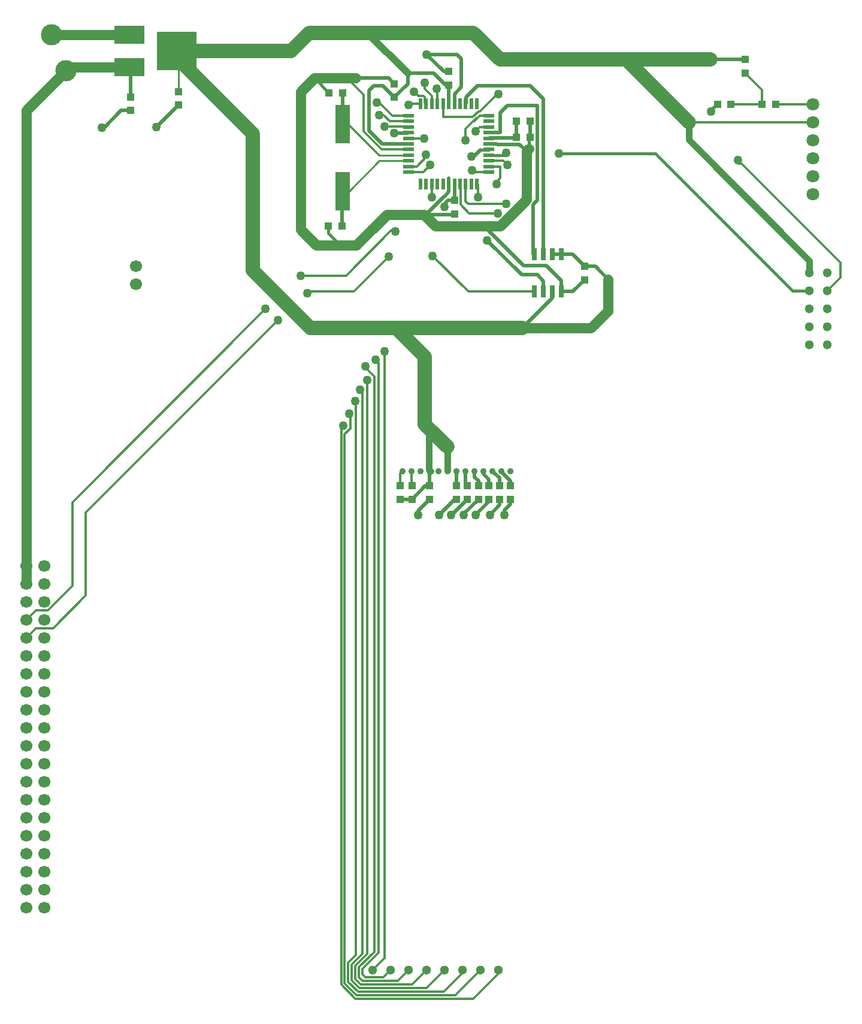
<source format=gtl>
%FSLAX44Y44*%
%MOMM*%
G71*
G01*
G75*
G04 Layer_Physical_Order=1*
G04 Layer_Color=255*
%ADD10R,1.0000X1.0000*%
%ADD11R,1.0000X1.0000*%
%ADD12R,0.5500X1.5000*%
%ADD13R,1.5000X0.5500*%
%ADD14R,2.0000X5.5000*%
%ADD15R,0.7600X1.7800*%
%ADD16R,0.7200X1.7800*%
%ADD17R,4.3000X2.6000*%
%ADD18R,5.7000X5.5000*%
%ADD19C,0.5000*%
%ADD20C,0.3000*%
%ADD21C,2.0000*%
%ADD22C,0.9000*%
%ADD23C,1.4000*%
%ADD24C,0.5400*%
%ADD25C,0.2540*%
%ADD26C,1.0000*%
%ADD27C,0.4000*%
%ADD28C,1.8000*%
%ADD29C,0.9000*%
%ADD30C,1.3000*%
%ADD31C,1.7000*%
%ADD32C,3.0000*%
%ADD33C,1.2700*%
%ADD34C,1.0000*%
D10*
X861000Y1039000D02*
D03*
Y1020000D02*
D03*
X669000Y1295000D02*
D03*
Y1314000D02*
D03*
X1088000Y1331000D02*
D03*
Y1312000D02*
D03*
X642000Y729000D02*
D03*
Y710000D02*
D03*
X756000Y729000D02*
D03*
Y710000D02*
D03*
X741000Y729000D02*
D03*
Y710000D02*
D03*
X726000Y729000D02*
D03*
Y710000D02*
D03*
X711000Y729000D02*
D03*
Y710000D02*
D03*
X695000Y729000D02*
D03*
Y710000D02*
D03*
X680000Y729000D02*
D03*
Y710000D02*
D03*
X617000D02*
D03*
Y729000D02*
D03*
X600000Y710000D02*
D03*
Y729000D02*
D03*
X287000Y1267000D02*
D03*
Y1286000D02*
D03*
X219000Y1259000D02*
D03*
Y1278000D02*
D03*
X592000Y1297000D02*
D03*
Y1278000D02*
D03*
X677000Y1113000D02*
D03*
Y1132000D02*
D03*
D11*
X1068000Y1268000D02*
D03*
X1049000D02*
D03*
X1131000D02*
D03*
X1112000D02*
D03*
X784000Y1244000D02*
D03*
X765000D02*
D03*
X784000Y1221000D02*
D03*
X765000D02*
D03*
X519000Y1284000D02*
D03*
X500000D02*
D03*
X518000Y1096000D02*
D03*
X499000D02*
D03*
D12*
X709000Y1155000D02*
D03*
X701000D02*
D03*
X653000Y1154870D02*
D03*
X693000Y1155000D02*
D03*
X661000D02*
D03*
X669000D02*
D03*
X677000D02*
D03*
X685000D02*
D03*
X645000D02*
D03*
X637000D02*
D03*
X629000D02*
D03*
X709000Y1269000D02*
D03*
X701000D02*
D03*
X653000D02*
D03*
X693000D02*
D03*
X661000D02*
D03*
X669000D02*
D03*
X677000D02*
D03*
X685000D02*
D03*
X645000D02*
D03*
X637000D02*
D03*
X629000D02*
D03*
D13*
X726000Y1172000D02*
D03*
Y1180000D02*
D03*
Y1188000D02*
D03*
Y1228000D02*
D03*
Y1220000D02*
D03*
Y1212000D02*
D03*
Y1204000D02*
D03*
Y1236000D02*
D03*
Y1196000D02*
D03*
Y1244000D02*
D03*
Y1252000D02*
D03*
X612000D02*
D03*
Y1244000D02*
D03*
Y1196000D02*
D03*
Y1236000D02*
D03*
Y1204000D02*
D03*
Y1212000D02*
D03*
Y1220000D02*
D03*
Y1228000D02*
D03*
Y1188000D02*
D03*
Y1180000D02*
D03*
Y1172000D02*
D03*
D14*
X519000Y1145000D02*
D03*
Y1240000D02*
D03*
D15*
X790000Y1055800D02*
D03*
X802700D02*
D03*
X815400D02*
D03*
X828100D02*
D03*
X790000Y1003285D02*
D03*
X802700Y1003280D02*
D03*
X828100D02*
D03*
D16*
X815400D02*
D03*
D17*
X218000Y1366000D02*
D03*
Y1320300D02*
D03*
D18*
X284650Y1343150D02*
D03*
D19*
X748000Y688000D02*
Y695000D01*
X756000Y703000D01*
X727000Y688000D02*
X741000Y702000D01*
Y710000D01*
X677000D02*
X680000D01*
X655000Y688000D02*
X677000Y710000D01*
X689500Y688500D02*
X711000Y710000D01*
X726000Y707000D02*
Y710000D01*
X707000Y688000D02*
X726000Y707000D01*
X673000Y688000D02*
X695000Y710000D01*
X672000Y688000D02*
X673000D01*
X662328Y1137672D02*
X662672D01*
X640000Y1115000D02*
Y1115344D01*
X640850Y1112150D02*
X676150D01*
X677000Y1113000D01*
X640000D02*
X640850Y1112150D01*
X640000Y1115344D02*
X662328Y1137672D01*
X663000Y1123000D02*
X663001D01*
X665000Y1124999D01*
Y1129000D01*
X662672Y1137672D02*
X669000Y1144000D01*
X648000Y1312000D02*
X665000Y1295000D01*
X611000Y1312000D02*
X648000D01*
X756000Y703000D02*
Y710000D01*
X669000Y1155000D02*
Y1163614D01*
X626000Y694000D02*
X642000Y710000D01*
X626000Y688000D02*
Y694000D01*
X179000Y1235000D02*
X182000D01*
X206000Y1259000D01*
X219000D01*
X600000Y710000D02*
X617000D01*
X636000Y729000D01*
X642000D01*
X743500Y748500D02*
Y750000D01*
Y748500D02*
X756000Y736000D01*
Y729000D02*
Y736000D01*
X734500Y746272D02*
X739772Y741000D01*
X734500Y746272D02*
Y746300D01*
X739772Y741000D02*
X739800D01*
X741000Y739800D01*
X730800Y750000D02*
X734500Y746300D01*
X711000Y729000D02*
Y736000D01*
X705400Y741600D02*
X711000Y736000D01*
X705400Y741600D02*
Y750000D01*
X726000Y729000D02*
Y738000D01*
X718100Y745900D02*
X726000Y738000D01*
X718100Y745900D02*
Y750000D01*
X641900Y729100D02*
Y750000D01*
X692700Y731300D02*
X695000Y729000D01*
X692700Y731300D02*
Y750000D01*
X680000Y729000D02*
Y750000D01*
X828100Y1003280D02*
Y1018900D01*
X861000Y1039000D02*
X876000D01*
X894000Y1021000D01*
X815400Y1055800D02*
X828100D01*
X773000Y952000D02*
X815400Y994400D01*
Y1003280D01*
X693000Y1269000D02*
X693750Y1269750D01*
Y1278364D01*
X709386Y1294000D01*
X784000D01*
X802700Y1275300D01*
Y1055800D02*
Y1275300D01*
X726000Y1228000D02*
X742000D01*
X828100Y1003280D02*
X844280D01*
X861000Y1020000D01*
X828100Y1055800D02*
X844200D01*
X861000Y1039000D01*
X665000Y1295000D02*
X669000D01*
X611000Y1297000D02*
Y1312000D01*
X592000Y1278000D02*
X611000Y1297000D01*
X592250Y1227250D02*
X611250D01*
X592000Y1227000D02*
X592250Y1227250D01*
X611250D02*
X612000Y1228000D01*
X575000Y1212000D02*
X612000D01*
X556000Y1231000D02*
X575000Y1212000D01*
X726750Y1220750D02*
X765000D01*
Y1221000D01*
Y1244000D01*
X1040000Y1258000D02*
Y1259000D01*
X1049000Y1268000D01*
X1039000Y1331000D02*
X1088000D01*
X638000Y1338000D02*
X681000D01*
X638000D02*
X662000Y1314000D01*
X669000D01*
X681000Y1338000D02*
X687000Y1332000D01*
Y1292000D02*
Y1332000D01*
X677000Y1282000D02*
X687000Y1292000D01*
X677000Y1269000D02*
Y1282000D01*
X669000Y1144000D02*
Y1155000D01*
X256000Y1236000D02*
X287000Y1267000D01*
X518000Y1096000D02*
Y1144000D01*
X519000Y1240000D02*
Y1284000D01*
X219000Y1278000D02*
Y1319300D01*
X677000Y1132000D02*
Y1155000D01*
X669000Y1269000D02*
Y1295000D01*
X556000Y1231000D02*
Y1287000D01*
X563000Y1294000D01*
X576000D01*
X592000Y1278000D01*
X719000Y1096000D02*
X775000Y1040000D01*
X807000D01*
X828100Y1018900D01*
X802700Y1003280D02*
Y1018300D01*
X794000Y1027000D02*
X802700Y1018300D01*
X772000Y1027000D02*
X794000D01*
X723000Y1076000D02*
X772000Y1027000D01*
X701000Y1194000D02*
X704750D01*
X714000Y1203250D01*
X584000Y1305000D02*
X592000Y1297000D01*
X539000Y1305000D02*
X584000D01*
X726000Y1212000D02*
X737000D01*
X742000Y1228000D02*
Y1256000D01*
X752000Y1266000D01*
X794000D01*
Y1132029D02*
Y1266000D01*
X788706Y1126734D02*
X794000Y1132029D01*
X788706Y1055800D02*
Y1126734D01*
X784000Y1221000D02*
Y1244000D01*
X737000Y1212000D02*
X737500Y1211500D01*
X769000D01*
X779000Y1201500D01*
X668000Y1132000D02*
X677000D01*
X665000Y1129000D02*
X668000Y1132000D01*
D20*
X551000Y896000D02*
Y898000D01*
X685500Y1126500D02*
X698000Y1114000D01*
X738000D01*
X710000Y1137000D02*
Y1154000D01*
X709000Y1155000D02*
X710000Y1154000D01*
X635000Y1290000D02*
X645000Y1280000D01*
X635250Y1270750D02*
Y1277950D01*
X633200Y1280000D02*
X635250Y1277950D01*
X626000Y1280000D02*
X633200D01*
X621100Y1284900D02*
X626000Y1280000D01*
X621100Y1284900D02*
X622200Y1286000D01*
X620000D02*
X622200D01*
X645000Y1269000D02*
Y1280000D01*
X635000Y1290000D02*
Y1298000D01*
X678500Y10000D02*
X713500Y45000D01*
X688100Y41100D02*
Y45000D01*
X738900Y39900D02*
Y45000D01*
X567000Y1270000D02*
X571000D01*
X566000Y907000D02*
X570000Y903000D01*
Y70000D02*
Y903000D01*
X542000Y34929D02*
Y49071D01*
X590002Y1087998D02*
X593999D01*
X588000Y1090000D02*
X590002Y1087998D01*
X578000Y61900D02*
Y919000D01*
X561100Y45000D02*
X578000Y61900D01*
X72300Y514700D02*
X85600Y528000D01*
X110000D01*
X156000Y574000D01*
Y691000D01*
X428000Y963000D01*
X72300Y540100D02*
X85200Y553000D01*
X102171D01*
X137000Y587830D01*
Y706000D01*
X410000Y979000D01*
X469000Y1001000D02*
X472000Y1004000D01*
X535000D01*
X584000Y1053000D01*
X460000Y1026000D02*
X524000D01*
X588000Y1090000D01*
X707000Y1230000D02*
X713000Y1236000D01*
X726000D01*
Y1180000D02*
X742000D01*
X600000Y729000D02*
Y746200D01*
X603800Y750000D01*
X616500Y729500D02*
Y750000D01*
X702000Y1175000D02*
X705000Y1172000D01*
X726000D01*
X693000Y1131000D02*
X697002Y1126998D01*
X693000Y1131000D02*
Y1155000D01*
X696715Y1003285D02*
X790000D01*
X646000Y1054000D02*
X696715Y1003285D01*
X645000Y1137000D02*
Y1155000D01*
X653000Y1269000D02*
Y1286997D01*
X635250Y1270750D02*
X637000Y1269000D01*
X612000Y1267000D02*
X614000Y1269000D01*
X629000D01*
X571000Y1270000D02*
X589000Y1252000D01*
X612000D01*
X571000Y1253000D02*
X577000D01*
X586000Y1244000D01*
X612000D01*
X578150Y1236850D02*
X612000D01*
Y1236000D02*
Y1236850D01*
X685500Y1126500D02*
Y1154500D01*
X685000Y1155000D02*
X685500Y1154500D01*
X1068000Y1268000D02*
X1112000D01*
X1088000Y1312000D02*
X1112000Y1288000D01*
Y1268000D02*
Y1288000D01*
X1131000Y1268000D02*
X1184000D01*
X574515Y1204000D02*
X612000D01*
X549000Y1229515D02*
X574515Y1204000D01*
X549000Y1229515D02*
Y1281000D01*
X525000Y1305000D02*
X549000Y1281000D01*
X697002Y1126998D02*
X749998D01*
X787998Y1127441D02*
X789500Y1128943D01*
X737000Y1155000D02*
Y1158999D01*
X742000Y1163999D01*
Y1180000D01*
X726000Y1188000D02*
X746000D01*
X752000Y1182000D01*
X1008400Y1242600D02*
X1184000D01*
X612000Y1172000D02*
X633000D01*
X643000Y1182000D01*
X713000Y1252000D02*
X726000D01*
X693000Y1217000D02*
Y1233000D01*
X708000Y1248000D01*
X705000Y1244000D02*
X713000Y1252000D01*
X661000Y1250000D02*
Y1269000D01*
Y1250000D02*
X702929D01*
X710929Y1258000D01*
X713200D01*
X734600Y1279400D01*
X736400D01*
X739000Y1282000D01*
X612000Y1180000D02*
X624000D01*
X637000Y1193000D01*
Y1197000D01*
X612000Y1220000D02*
X634000D01*
X1204150Y1004300D02*
X1223000Y1023150D01*
X1079000Y1184000D02*
X1083000D01*
X1223000Y1044000D01*
Y1023150D02*
Y1044000D01*
X517000Y811000D02*
X520000Y814000D01*
X529850Y809920D02*
Y829147D01*
X547000Y47000D02*
X570000Y70000D01*
X517000Y24574D02*
Y811000D01*
X553004Y878000D02*
X554000D01*
X522000Y26645D02*
Y802070D01*
X529850Y809920D01*
X551000Y896000D02*
X563850Y883150D01*
X542000Y49071D02*
X563850Y70921D01*
Y883150D01*
X537000Y32858D02*
Y51142D01*
X554000Y68142D01*
Y878000D01*
X532000Y30787D02*
Y53213D01*
X543999Y864998D02*
X547000Y861997D01*
X532000Y53213D02*
X547000Y68213D01*
Y861997D01*
X527000Y28716D02*
Y55284D01*
X536999Y848998D02*
X538002D01*
X527000Y55284D02*
X538002Y66286D01*
Y848998D01*
X547000Y39000D02*
Y47000D01*
X704000Y5000D02*
X738900Y39900D01*
X662000Y15000D02*
X688100Y41100D01*
X637700Y20000D02*
X662700Y45000D01*
X617300Y25000D02*
X637300Y45000D01*
X596900Y30000D02*
X611900Y45000D01*
X517000Y24574D02*
X536574Y5000D01*
X522000Y26645D02*
X538645Y10000D01*
X527000Y28716D02*
X540716Y15000D01*
X532000Y30787D02*
X542787Y20000D01*
X537000Y32858D02*
X544858Y25000D01*
X542000Y34929D02*
X546929Y30000D01*
X536574Y5000D02*
X704000D01*
X538645Y10000D02*
X678500D01*
X540716Y15000D02*
X662000D01*
X542787Y20000D02*
X637700D01*
X544858Y25000D02*
X617300D01*
X546929Y30000D02*
X596900D01*
X576500Y35000D02*
X586500Y45000D01*
X547000Y39000D02*
X551000Y35000D01*
X576500D01*
D21*
X635000Y816000D02*
X641000Y810000D01*
X643500Y807500D02*
X667000Y784000D01*
X473000Y952000D02*
X594000D01*
X635000Y816000D02*
Y911000D01*
X594000Y952000D02*
X635000Y911000D01*
X594000Y952000D02*
X626000D01*
X773000D01*
X1037000Y1331000D02*
X1039000D01*
X742000D02*
X1037000D01*
X392000Y1033000D02*
Y1226000D01*
X287000Y1331000D02*
X392000Y1226000D01*
X284650Y1333350D02*
X287000Y1331000D01*
X392000Y1033000D02*
X473000Y952000D01*
X284650Y1333350D02*
Y1343150D01*
X472000Y1369000D02*
X554000D01*
X554000D02*
X704000D01*
X742000Y1331000D01*
X446150Y1343150D02*
X472000Y1369000D01*
X288000Y1343150D02*
X446150D01*
X923000Y1328000D02*
X1008400Y1242600D01*
D22*
X641000Y752500D02*
X643500Y750000D01*
X641000Y752500D02*
Y810000D01*
X667000Y750300D02*
Y784000D01*
X1008400Y1217600D02*
Y1242600D01*
X1178750Y1029700D02*
Y1047250D01*
X1008400Y1217600D02*
X1178750Y1047250D01*
D23*
X500000Y1305000D02*
X525000D01*
X72300Y1259300D02*
X128000Y1315000D01*
X72300Y616300D02*
Y1259300D01*
Y590900D02*
Y616300D01*
X561501Y1091501D02*
X582000Y1112000D01*
X560652Y1091501D02*
X561501D01*
X538151Y1069000D02*
X560652Y1091501D01*
X582000Y1112000D02*
X634000D01*
X719000Y1096000D02*
X741708D01*
X650000D02*
X719000D01*
X894000Y976000D02*
Y1021000D01*
X870000Y952000D02*
X894000Y976000D01*
X773000Y952000D02*
X870000D01*
X634000Y1112000D02*
X650000Y1096000D01*
X460000Y1091000D02*
X482000Y1069000D01*
X519000Y1240000D02*
X519000Y1240000D01*
X133300Y1320300D02*
X218000D01*
X108000Y1366000D02*
X218000D01*
X482000Y1069000D02*
X538151D01*
X525000Y1305000D02*
X538000D01*
X741708Y1096000D02*
X779000Y1133292D01*
Y1201500D01*
X782500Y1205000D01*
X460000Y1193000D02*
Y1286000D01*
X479000Y1305000D01*
X460000Y1091000D02*
Y1111000D01*
Y1128000D01*
Y1146000D01*
Y1163000D01*
Y1193000D01*
X479000Y1305000D02*
X500000D01*
X494000Y1305000D02*
X512500D01*
D24*
X741000Y729000D02*
Y739800D01*
D25*
X287000Y1286000D02*
Y1331000D01*
X519000Y1240000D02*
X527000D01*
X571000Y1196000D01*
X612000D01*
X571000Y1188000D02*
X612000D01*
X528000Y1145000D02*
X571000Y1188000D01*
X519000Y1145000D02*
X528000D01*
D26*
X554000Y1369000D02*
X611000Y1312000D01*
D27*
X714000Y1203250D02*
X725250D01*
X499000Y1086000D02*
Y1096000D01*
Y1086000D02*
X509000Y1076000D01*
X782500Y1205000D02*
Y1221000D01*
X726000Y1196000D02*
X747000D01*
X750000Y1199000D01*
X825000Y1198000D02*
X961000D01*
X1154700Y1004300D02*
X1178750D01*
X961000Y1198000D02*
X1154700Y1004300D01*
X479000Y1305000D02*
X500000Y1284000D01*
D28*
X1184000Y1268000D02*
D03*
Y1242600D02*
D03*
Y1217200D02*
D03*
Y1191800D02*
D03*
Y1166400D02*
D03*
Y1141000D02*
D03*
D29*
X756200Y750000D02*
D03*
X730800D02*
D03*
X743500D02*
D03*
X718100D02*
D03*
X705400D02*
D03*
X692700D02*
D03*
X680000D02*
D03*
X667300D02*
D03*
X654600D02*
D03*
X641900D02*
D03*
X629200D02*
D03*
X616500D02*
D03*
X603800D02*
D03*
D30*
X586500Y45000D02*
D03*
X688100D02*
D03*
X662700D02*
D03*
X561100D02*
D03*
X611900D02*
D03*
X637300D02*
D03*
X713500D02*
D03*
X738900D02*
D03*
X1178750Y953500D02*
D03*
X1204150D02*
D03*
X1178750Y978900D02*
D03*
X1204150D02*
D03*
Y1004300D02*
D03*
X1178750D02*
D03*
X1204150Y1029700D02*
D03*
X1178750D02*
D03*
X1204150Y928100D02*
D03*
X1178750D02*
D03*
D31*
X97700Y616300D02*
D03*
X72300D02*
D03*
Y590900D02*
D03*
X97700D02*
D03*
X72300Y565500D02*
D03*
X97700D02*
D03*
X72300Y540100D02*
D03*
X97700D02*
D03*
X72300Y514700D02*
D03*
X97700D02*
D03*
X72300Y489300D02*
D03*
X97700D02*
D03*
X72300Y463900D02*
D03*
X97700D02*
D03*
X72300Y438500D02*
D03*
X97700D02*
D03*
X72300Y413100D02*
D03*
X97700D02*
D03*
Y387700D02*
D03*
X72300D02*
D03*
X97700Y362300D02*
D03*
X72300D02*
D03*
X97700Y336900D02*
D03*
X72300D02*
D03*
X97700Y311500D02*
D03*
X72300D02*
D03*
X97700Y286100D02*
D03*
X72300D02*
D03*
X97700Y260700D02*
D03*
X72300D02*
D03*
X97700Y235300D02*
D03*
X72300D02*
D03*
X97700Y209900D02*
D03*
X72300D02*
D03*
X97700Y184500D02*
D03*
X72300D02*
D03*
X97700Y159100D02*
D03*
X72300D02*
D03*
X97700Y133700D02*
D03*
X72300D02*
D03*
X227000Y1013600D02*
D03*
Y1039000D02*
D03*
D32*
X108000Y1366000D02*
D03*
X128000Y1315000D02*
D03*
D33*
X748000Y688000D02*
D03*
X707000D02*
D03*
X690000D02*
D03*
X672000D02*
D03*
X655000D02*
D03*
X551000Y898000D02*
D03*
X663000Y1123000D02*
D03*
X738000Y1114000D02*
D03*
X710000Y1137000D02*
D03*
X620000Y1286000D02*
D03*
X652000Y1290000D02*
D03*
X635000Y1298000D02*
D03*
X626000Y952000D02*
D03*
X727000Y688000D02*
D03*
X782500Y1205000D02*
D03*
X626000Y688000D02*
D03*
X520000Y814000D02*
D03*
X527999Y830998D02*
D03*
X536999Y848998D02*
D03*
X543999Y864998D02*
D03*
X567000Y1270000D02*
D03*
X566000Y907000D02*
D03*
X593999Y1087998D02*
D03*
X578000Y919000D02*
D03*
X428000Y963000D02*
D03*
X410000Y979000D02*
D03*
X179000Y1235000D02*
D03*
X469000Y1001000D02*
D03*
X460000Y1026000D02*
D03*
X584000Y1053000D02*
D03*
X1037000Y1331000D02*
D03*
X707000Y1230000D02*
D03*
X393000Y1193000D02*
D03*
X702000Y1175000D02*
D03*
X646000Y1054000D02*
D03*
X645000Y1137000D02*
D03*
X612000Y1267000D02*
D03*
X571000Y1253000D02*
D03*
X578150Y1236850D02*
D03*
X592000Y1227000D02*
D03*
X256000Y1236000D02*
D03*
X638000Y1338000D02*
D03*
X1040000Y1258000D02*
D03*
X723000Y1076000D02*
D03*
X701000Y1194000D02*
D03*
X749998Y1126998D02*
D03*
X737000Y1155000D02*
D03*
X750000Y1199000D02*
D03*
X752000Y1182000D02*
D03*
X825000Y1198000D02*
D03*
X693000Y1217000D02*
D03*
X643000Y1182000D02*
D03*
X739000Y1282000D02*
D03*
X637000Y1197000D02*
D03*
X634000Y1220000D02*
D03*
X1078000Y1189000D02*
D03*
X554000Y878000D02*
D03*
D34*
X460000Y1111000D02*
D03*
Y1163000D02*
D03*
Y1128000D02*
D03*
Y1146000D02*
D03*
Y1193000D02*
D03*
X486000Y1069000D02*
D03*
X472000Y1080000D02*
D03*
X502000Y1068000D02*
D03*
X460000Y1223000D02*
D03*
Y1237000D02*
D03*
Y1250000D02*
D03*
Y1264000D02*
D03*
X483000Y1304000D02*
D03*
X539000Y1306000D02*
D03*
X471000Y1297000D02*
D03*
X460000Y1210000D02*
D03*
Y1177000D02*
D03*
X461000Y1090000D02*
D03*
X462000Y1288000D02*
D03*
X460000Y1276000D02*
D03*
X525000Y1305000D02*
D03*
X512500Y1305000D02*
D03*
X497000Y1305000D02*
D03*
M02*

</source>
